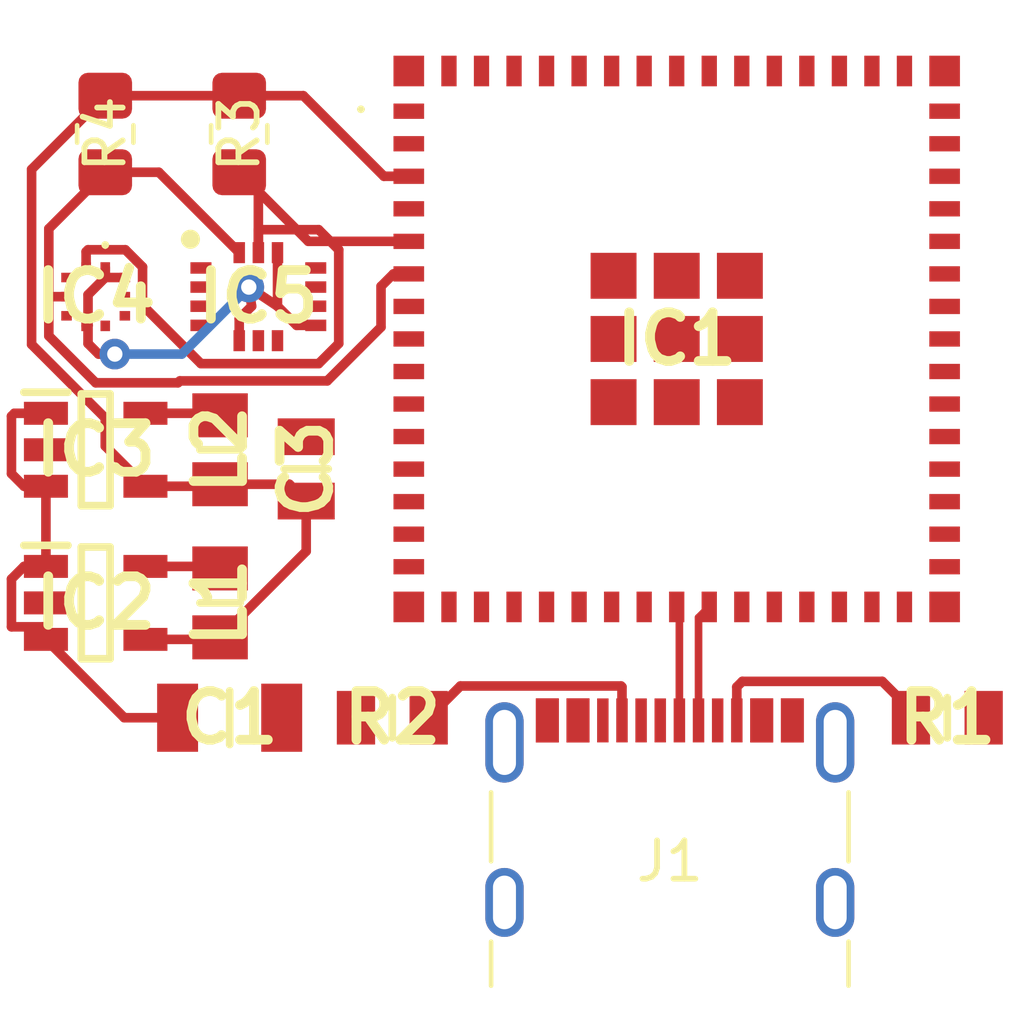
<source format=kicad_pcb>
(kicad_pcb (version 20221018) (generator pcbnew)
  (layers (0 "F.Cu" signal) (31 "B.Cu" signal) (34 "B.Paste" user) (35 "F.Paste" user) (36 "B.SilkS" user "B.Silkscreen") (37 "F.SilkS" user "F.Silkscreen") (38 "B.Mask" user) (39 "F.Mask" user) (44 "Edge.Cuts" user))
  (net 0 "")
  (net 18 "/D-")
  (net 19 "/D+")
  (net 27 "GND")
  (net 39 "+5V")
  (net 40 "Net-(IC2-SW)")
  (net 41 "Net-(IC3-SW)")
  (net 42 "/scl")
  (net 43 "/sda")
  (net 51 "/3v3")
  (net 52 "Net-(J1-CC1)")
  (net 53 "Net-(J1-VBUS-PadA4)")
  (net 54 "Net-(J1-CC2)")
  (footprint "Connector_USB:USB_C_Receptacle_GCT_USB4105-xx-A_16P_TopMnt_Horizontal" (layer "F.Cu") (at 160.75 124.25)
    (fp_text reference "J1" (at 0 0 unlocked) (layer "F.SilkS"))
    (fp_text value "USB4105-GF-A-060 " hide)
    (fp_line (start -4.67 0) (end -4.67 -1.8) (stroke (width 0.12)) (layer "F.SilkS"))
    (fp_line (start -4.67 2.1) (end -4.67 3.25) (stroke (width 0.12)) (layer "F.SilkS"))
    (fp_line (start 4.67 0) (end 4.67 -1.8) (stroke (width 0.12)) (layer "F.SilkS"))
    (fp_line (start 4.67 2.1) (end 4.67 3.25) (stroke (width 0.12)) (layer "F.SilkS"))
    (pad "" np_thru_hole circle (at -2.89 -2.605) (size 0.65 0.65) (drill 0.65) (layers "F&B.Cu" "*.Mask"))
    (pad "" np_thru_hole circle (at 2.89 -2.605) (size 0.65 0.65) (drill 0.65) (layers "F&B.Cu" "*.Mask"))
    (pad "A1" smd rect (at -3.2 -3.68) (size 0.6 1.15) (layers "F.Cu" "F.Paste" "F.Mask") (net 27 "GND"))
    (pad "A4" smd rect (at -2.4 -3.68) (size 0.6 1.15) (layers "F.Cu" "F.Paste" "F.Mask") (net 53 "Net-(J1-VBUS-PadA4)"))
    (pad "A5" smd rect (at -1.25 -3.68) (size 0.3 1.15) (layers "F.Cu" "F.Paste" "F.Mask") (net 52 "Net-(J1-CC1)"))
    (pad "A6" smd rect (at -0.25 -3.68) (size 0.3 1.15) (layers "F.Cu" "F.Paste" "F.Mask") (net 19 "/D+"))
    (pad "A7" smd rect (at 0.25 -3.68) (size 0.3 1.15) (layers "F.Cu" "F.Paste" "F.Mask") (net 18 "/D-"))
    (pad "A8" smd rect (at 1.25 -3.68) (size 0.3 1.15) (layers "F.Cu" "F.Paste" "F.Mask"))
    (pad "A9" smd rect (at 2.4 -3.68) (size 0.6 1.15) (layers "F.Cu" "F.Paste" "F.Mask") (net 53 "Net-(J1-VBUS-PadA4)"))
    (pad "A12" smd rect (at 3.2 -3.68) (size 0.6 1.15) (layers "F.Cu" "F.Paste" "F.Mask") (net 27 "GND"))
    (pad "B1" smd rect (at 3.2 -3.68) (size 0.6 1.15) (layers "F.Cu" "F.Paste" "F.Mask") (net 27 "GND"))
    (pad "B4" smd rect (at 2.4 -3.68) (size 0.6 1.15) (layers "F.Cu" "F.Paste" "F.Mask") (net 53 "Net-(J1-VBUS-PadA4)"))
    (pad "B5" smd rect (at 1.75 -3.68) (size 0.3 1.15) (layers "F.Cu" "F.Paste" "F.Mask") (net 54 "Net-(J1-CC2)"))
    (pad "B6" smd rect (at 0.75 -3.68) (size 0.3 1.15) (layers "F.Cu" "F.Paste" "F.Mask") (net 19 "/D+"))
    (pad "B7" smd rect (at -0.75 -3.68) (size 0.3 1.15) (layers "F.Cu" "F.Paste" "F.Mask") (net 18 "/D-"))
    (pad "B8" smd rect (at -1.75 -3.68) (size 0.3 1.15) (layers "F.Cu" "F.Paste" "F.Mask"))
    (pad "B9" smd rect (at -2.4 -3.68) (size 0.6 1.15) (layers "F.Cu" "F.Paste" "F.Mask") (net 53 "Net-(J1-VBUS-PadA4)"))
    (pad "B12" smd rect (at -3.2 -3.68) (size 0.6 1.15) (layers "F.Cu" "F.Paste" "F.Mask") (net 27 "GND"))
    (pad "S1" thru_hole oval (at -4.32 -3.105) (size 1 2.1) (drill oval 0.6 1.7) (layers "*.Cu" "*.Mask") (net 27 "GND"))
    (pad "S1" thru_hole oval (at -4.32 1.075) (size 1 1.8) (drill oval 0.6 1.4) (layers "*.Cu" "*.Mask") (net 27 "GND"))
    (pad "S1" thru_hole oval (at 4.32 -3.105) (size 1 2.1) (drill oval 0.6 1.7) (layers "*.Cu" "*.Mask") (net 27 "GND"))
    (pad "S1" thru_hole oval (at 4.32 1.075) (size 1 1.8) (drill oval 0.6 1.4) (layers "*.Cu" "*.Mask") (net 27 "GND"))
  )
  (footprint "Resistor_SMD:R_0805_2012Metric_Pad1.20x1.40mm_HandSolder" (layer "F.Cu") (at 149.5 105.25 90)
    (fp_text reference "R3" (at 0 0 90) (layer "F.SilkS"))
    (fp_text value "ERJ-P06J472V" hide)
    (fp_line (start -0.227064 -0.735) (end 0.227064 -0.735) (stroke (width 0.12)) (layer "F.SilkS"))
    (fp_line (start -0.227064 0.735) (end 0.227064 0.735) (stroke (width 0.12)) (layer "F.SilkS"))
    (pad "1" smd roundrect (at -1 0 90) (size 1.2 1.4) (layers "F.Cu" "F.Paste" "F.Mask") (roundrect_rratio 0.208333) (net 42 "/scl"))
    (pad "2" smd roundrect (at 1 0 90) (size 1.2 1.4) (layers "F.Cu" "F.Paste" "F.Mask") (roundrect_rratio 0.208333) (net 51 "/3v3"))
  )
  (footprint "mouser:QFN50P300X250X87-14N" (layer "F.Cu") (at 150 109.5)
    (fp_text reference "IC5" (at 0 0) (layer "F.SilkS") (effects (font (size 1.27 1.27) (thickness 0.254))))
    (fp_text value "BMI270" hide)
    (fp_circle (center -1.775 -1.5) (end -1.775 -1.375) (stroke (width 0.25)) (fill none) (layer "F.SilkS"))
    (pad "1" smd rect (at -1.5 -0.75 90) (size 0.3 0.55) (layers "F.Cu" "F.Paste" "F.Mask") (net 27 "GND"))
    (pad "2" smd rect (at -1.5 -0.25 90) (size 0.3 0.55) (layers "F.Cu" "F.Paste" "F.Mask"))
    (pad "3" smd rect (at -1.5 0.25 90) (size 0.3 0.55) (layers "F.Cu" "F.Paste" "F.Mask"))
    (pad "4" smd rect (at -1.5 0.75 90) (size 0.3 0.55) (layers "F.Cu" "F.Paste" "F.Mask"))
    (pad "5" smd rect (at -0.5 1.15) (size 0.3 0.55) (layers "F.Cu" "F.Paste" "F.Mask") (net 51 "/3v3"))
    (pad "6" smd rect (at 0 1.15) (size 0.3 0.55) (layers "F.Cu" "F.Paste" "F.Mask") (net 27 "GND"))
    (pad "7" smd rect (at 0.5 1.15) (size 0.3 0.55) (layers "F.Cu" "F.Paste" "F.Mask") (net 27 "GND"))
    (pad "8" smd rect (at 1.5 0.75 90) (size 0.3 0.55) (layers "F.Cu" "F.Paste" "F.Mask") (net 51 "/3v3"))
    (pad "9" smd rect (at 1.5 0.25 90) (size 0.3 0.55) (layers "F.Cu" "F.Paste" "F.Mask"))
    (pad "10" smd rect (at 1.5 -0.25 90) (size 0.3 0.55) (layers "F.Cu" "F.Paste" "F.Mask"))
    (pad "11" smd rect (at 1.5 -0.75 90) (size 0.3 0.55) (layers "F.Cu" "F.Paste" "F.Mask"))
    (pad "12" smd rect (at 0.5 -1.15) (size 0.3 0.55) (layers "F.Cu" "F.Paste" "F.Mask") (net 51 "/3v3"))
    (pad "13" smd rect (at 0 -1.15) (size 0.3 0.55) (layers "F.Cu" "F.Paste" "F.Mask") (net 42 "/scl"))
    (pad "14" smd rect (at -0.5 -1.15) (size 0.3 0.55) (layers "F.Cu" "F.Paste" "F.Mask") (net 43 "/sda"))
  )
  (footprint "SamacSys_Parts:RESC2012X60N" (layer "F.Cu") (at 153.5 120.5)
    (fp_text reference "R2" (at 0 0) (layer "F.SilkS") (effects (font (size 1.27 1.27) (thickness 0.254))))
    (fp_text value "CR0805-FX-5101ELF" hide)
    (fp_line (start 0 -0.525) (end 0 0.525) (stroke (width 0.2)) (layer "F.SilkS"))
    (pad "1" smd rect (at -0.95 0) (size 1 1.4) (layers "F.Cu" "F.Paste" "F.Mask") (net 27 "GND"))
    (pad "2" smd rect (at 0.95 0) (size 1 1.4) (layers "F.Cu" "F.Paste" "F.Mask") (net 52 "Net-(J1-CC1)"))
  )
  (footprint "SamacSys_Parts:RESC2012X60N" (layer "F.Cu") (at 168 120.5 180)
    (fp_text reference "R1" (at 0 0) (layer "F.SilkS") (effects (font (size 1.27 1.27) (thickness 0.254))))
    (fp_text value "CR0805-FX-5101ELF" hide)
    (fp_line (start 0 -0.525) (end 0 0.525) (stroke (width 0.2)) (layer "F.SilkS"))
    (pad "1" smd rect (at -0.95 0 180) (size 1 1.4) (layers "F.Cu" "F.Paste" "F.Mask") (net 27 "GND"))
    (pad "2" smd rect (at 0.95 0 180) (size 1 1.4) (layers "F.Cu" "F.Paste" "F.Mask") (net 54 "Net-(J1-CC2)"))
  )
  (footprint "mouser:SOT95P284X119-5N" (layer "F.Cu") (at 145.75 113.5)
    (fp_text reference "IC3" (at 0 0) (layer "F.SilkS") (effects (font (size 1.27 1.27) (thickness 0.254))))
    (fp_text value "LM3671MF-3.3_NOPB" hide)
    (fp_line (start -1.875 -1.503) (end -0.725 -1.503) (stroke (width 0.2)) (layer "F.SilkS"))
    (fp_line (start -0.375 -1.46) (end 0.375 -1.46) (stroke (width 0.2)) (layer "F.SilkS"))
    (fp_line (start -0.375 1.46) (end -0.375 -1.46) (stroke (width 0.2)) (layer "F.SilkS"))
    (fp_line (start 0.375 -1.46) (end 0.375 1.46) (stroke (width 0.2)) (layer "F.SilkS"))
    (fp_line (start 0.375 1.46) (end -0.375 1.46) (stroke (width 0.2)) (layer "F.SilkS"))
    (pad "1" smd rect (at -1.3 -0.953 90) (size 0.6 1.15) (layers "F.Cu" "F.Paste" "F.Mask") (net 39 "+5V"))
    (pad "2" smd rect (at -1.3 0 90) (size 0.6 1.15) (layers "F.Cu" "F.Paste" "F.Mask") (net 27 "GND"))
    (pad "3" smd rect (at -1.3 0.953 90) (size 0.6 1.15) (layers "F.Cu" "F.Paste" "F.Mask") (net 39 "+5V"))
    (pad "4" smd rect (at 1.3 0.953 90) (size 0.6 1.15) (layers "F.Cu" "F.Paste" "F.Mask") (net 51 "/3v3"))
    (pad "5" smd rect (at 1.3 -0.953 90) (size 0.6 1.15) (layers "F.Cu" "F.Paste" "F.Mask") (net 41 "Net-(IC3-SW)"))
  )
  (footprint "mouser:SOT95P284X119-5N" (layer "F.Cu") (at 145.75 117.5)
    (fp_text reference "IC2" (at 0 0) (layer "F.SilkS") (effects (font (size 1.27 1.27) (thickness 0.254))))
    (fp_text value "LM3671MF-3.3_NOPB" hide)
    (fp_line (start -1.875 -1.503) (end -0.725 -1.503) (stroke (width 0.2)) (layer "F.SilkS"))
    (fp_line (start -0.375 -1.46) (end 0.375 -1.46) (stroke (width 0.2)) (layer "F.SilkS"))
    (fp_line (start -0.375 1.46) (end -0.375 -1.46) (stroke (width 0.2)) (layer "F.SilkS"))
    (fp_line (start 0.375 -1.46) (end 0.375 1.46) (stroke (width 0.2)) (layer "F.SilkS"))
    (fp_line (start 0.375 1.46) (end -0.375 1.46) (stroke (width 0.2)) (layer "F.SilkS"))
    (pad "1" smd rect (at -1.3 -0.953 90) (size 0.6 1.15) (layers "F.Cu" "F.Paste" "F.Mask") (net 39 "+5V"))
    (pad "2" smd rect (at -1.3 0 90) (size 0.6 1.15) (layers "F.Cu" "F.Paste" "F.Mask") (net 27 "GND"))
    (pad "3" smd rect (at -1.3 0.953 90) (size 0.6 1.15) (layers "F.Cu" "F.Paste" "F.Mask") (net 39 "+5V"))
    (pad "4" smd rect (at 1.3 0.953 90) (size 0.6 1.15) (layers "F.Cu" "F.Paste" "F.Mask") (net 51 "/3v3"))
    (pad "5" smd rect (at 1.3 -0.953 90) (size 0.6 1.15) (layers "F.Cu" "F.Paste" "F.Mask") (net 40 "Net-(IC2-SW)"))
  )
  (footprint "mouser:INDC2012X145N" (layer "F.Cu") (at 149 113.5 -90)
    (fp_text reference "L2" (at 0 0 90) (layer "F.SilkS") (effects (font (size 1.27 1.27) (thickness 0.254))))
    (fp_text value "CBC2012T2R2M" hide)
    (fp_line (start 0 -0.525) (end 0 0.525) (stroke (width 0.2)) (layer "F.SilkS"))
    (pad "1" smd rect (at -0.9 0 270) (size 1.15 1.45) (layers "F.Cu" "F.Paste" "F.Mask") (net 41 "Net-(IC3-SW)"))
    (pad "2" smd rect (at 0.9 0 270) (size 1.15 1.45) (layers "F.Cu" "F.Paste" "F.Mask") (net 51 "/3v3"))
  )
  (footprint "mouser:CAPC3216X180N" (layer "F.Cu") (at 149.25 120.5)
    (fp_text reference "C1" (at 0 0) (layer "F.SilkS") (effects (font (size 1.27 1.27) (thickness 0.254))))
    (fp_text value "EMK316B7475KL-T" hide)
    (fp_line (start 0 -0.7) (end 0 0.7) (stroke (width 0.2)) (layer "F.SilkS"))
    (pad "1" smd rect (at -1.36 0) (size 1.07 1.78) (layers "F.Cu" "F.Paste" "F.Mask") (net 39 "+5V"))
    (pad "2" smd rect (at 1.36 0) (size 1.07 1.78) (layers "F.Cu" "F.Paste" "F.Mask") (net 27 "GND"))
  )
  (footprint "mouser:ESP32S2MINI2UN4" (layer "F.Cu") (at 160.93 110.605)
    (fp_text reference "IC1" (at 0 0) (layer "F.SilkS") (effects (font (size 1.27 1.27) (thickness 0.254))))
    (fp_text value "ESP32-S2-MINI-2U-N4" hide)
    (fp_line (start -8.3 -6) (end -8.3 -6) (stroke (width 0.1)) (layer "F.SilkS"))
    (fp_line (start -8.2 -6) (end -8.2 -6) (stroke (width 0.1)) (layer "F.SilkS"))
    (fp_arc (start -8.3 -6) (mid -8.25 -6.05) (end -8.2 -6) (stroke (width 0.1)) (layer "F.SilkS"))
    (fp_arc (start -8.2 -6) (mid -8.25 -5.95) (end -8.3 -6) (stroke (width 0.1)) (layer "F.SilkS"))
    (pad "1" smd rect (at -7 -5.95 90) (size 0.4 0.8) (layers "F.Cu" "F.Paste" "F.Mask") (net 27 "GND"))
    (pad "2" smd rect (at -7 -5.1 90) (size 0.4 0.8) (layers "F.Cu" "F.Paste" "F.Mask") (net 27 "GND"))
    (pad "3" smd rect (at -7 -4.25 90) (size 0.4 0.8) (layers "F.Cu" "F.Paste" "F.Mask") (net 51 "/3v3"))
    (pad "4" smd rect (at -7 -3.4 90) (size 0.4 0.8) (layers "F.Cu" "F.Paste" "F.Mask"))
    (pad "5" smd rect (at -7 -2.55 90) (size 0.4 0.8) (layers "F.Cu" "F.Paste" "F.Mask") (net 42 "/scl"))
    (pad "6" smd rect (at -7 -1.7 90) (size 0.4 0.8) (layers "F.Cu" "F.Paste" "F.Mask") (net 43 "/sda"))
    (pad "7" smd rect (at -7 -0.85 90) (size 0.4 0.8) (layers "F.Cu" "F.Paste" "F.Mask"))
    (pad "8" smd rect (at -7 0 90) (size 0.4 0.8) (layers "F.Cu" "F.Paste" "F.Mask"))
    (pad "9" smd rect (at -7 0.85 90) (size 0.4 0.8) (layers "F.Cu" "F.Paste" "F.Mask"))
    (pad "10" smd rect (at -7 1.7 90) (size 0.4 0.8) (layers "F.Cu" "F.Paste" "F.Mask"))
    (pad "11" smd rect (at -7 2.55 90) (size 0.4 0.8) (layers "F.Cu" "F.Paste" "F.Mask"))
    (pad "12" smd rect (at -7 3.4 90) (size 0.4 0.8) (layers "F.Cu" "F.Paste" "F.Mask"))
    (pad "13" smd rect (at -7 4.25 90) (size 0.4 0.8) (layers "F.Cu" "F.Paste" "F.Mask"))
    (pad "14" smd rect (at -7 5.1 90) (size 0.4 0.8) (layers "F.Cu" "F.Paste" "F.Mask"))
    (pad "15" smd rect (at -7 5.95 90) (size 0.4 0.8) (layers "F.Cu" "F.Paste" "F.Mask"))
    (pad "16" smd rect (at -5.95 7) (size 0.4 0.8) (layers "F.Cu" "F.Paste" "F.Mask"))
    (pad "17" smd rect (at -5.1 7) (size 0.4 0.8) (layers "F.Cu" "F.Paste" "F.Mask"))
    (pad "18" smd rect (at -4.25 7) (size 0.4 0.8) (layers "F.Cu" "F.Paste" "F.Mask"))
    (pad "19" smd rect (at -3.4 7) (size 0.4 0.8) (layers "F.Cu" "F.Paste" "F.Mask"))
    (pad "20" smd rect (at -2.55 7) (size 0.4 0.8) (layers "F.Cu" "F.Paste" "F.Mask"))
    (pad "21" smd rect (at -1.7 7) (size 0.4 0.8) (layers "F.Cu" "F.Paste" "F.Mask"))
    (pad "22" smd rect (at -0.85 7) (size 0.4 0.8) (layers "F.Cu" "F.Paste" "F.Mask"))
    (pad "23" smd rect (at 0 7) (size 0.4 0.8) (layers "F.Cu" "F.Paste" "F.Mask") (net 18 "/D-"))
    (pad "24" smd rect (at 0.85 7) (size 0.4 0.8) (layers "F.Cu" "F.Paste" "F.Mask") (net 19 "/D+"))
    (pad "25" smd rect (at 1.7 7) (size 0.4 0.8) (layers "F.Cu" "F.Paste" "F.Mask"))
    (pad "26" smd rect (at 2.55 7) (size 0.4 0.8) (layers "F.Cu" "F.Paste" "F.Mask"))
    (pad "27" smd rect (at 3.4 7) (size 0.4 0.8) (layers "F.Cu" "F.Paste" "F.Mask"))
    (pad "28" smd rect (at 4.25 7) (size 0.4 0.8) (layers "F.Cu" "F.Paste" "F.Mask"))
    (pad "29" smd rect (at 5.1 7) (size 0.4 0.8) (layers "F.Cu" "F.Paste" "F.Mask"))
    (pad "30" smd rect (at 5.95 7) (size 0.4 0.8) (layers "F.Cu" "F.Paste" "F.Mask") (net 27 "GND"))
    (pad "31" smd rect (at 7 5.95 90) (size 0.4 0.8) (layers "F.Cu" "F.Paste" "F.Mask"))
    (pad "32" smd rect (at 7 5.1 90) (size 0.4 0.8) (layers "F.Cu" "F.Paste" "F.Mask"))
    (pad "33" smd rect (at 7 4.25 90) (size 0.4 0.8) (layers "F.Cu" "F.Paste" "F.Mask"))
    (pad "34" smd rect (at 7 3.4 90) (size 0.4 0.8) (layers "F.Cu" "F.Paste" "F.Mask"))
    (pad "35" smd rect (at 7 2.55 90) (size 0.4 0.8) (layers "F.Cu" "F.Paste" "F.Mask"))
    (pad "36" smd rect (at 7 1.7 90) (size 0.4 0.8) (layers "F.Cu" "F.Paste" "F.Mask"))
    (pad "37" smd rect (at 7 0.85 90) (size 0.4 0.8) (layers "F.Cu" "F.Paste" "F.Mask"))
    (pad "38" smd rect (at 7 0 90) (size 0.4 0.8) (layers "F.Cu" "F.Paste" "F.Mask"))
    (pad "39" smd rect (at 7 -0.85 90) (size 0.4 0.8) (layers "F.Cu" "F.Paste" "F.Mask"))
    (pad "40" smd rect (at 7 -1.7 90) (size 0.4 0.8) (layers "F.Cu" "F.Paste" "F.Mask"))
    (pad "41" smd rect (at 7 -2.55 90) (size 0.4 0.8) (layers "F.Cu" "F.Paste" "F.Mask"))
    (pad "42" smd rect (at 7 -3.4 90) (size 0.4 0.8) (layers "F.Cu" "F.Paste" "F.Mask") (net 27 "GND"))
    (pad "43" smd rect (at 7 -4.25 90) (size 0.4 0.8) (layers "F.Cu" "F.Paste" "F.Mask") (net 27 "GND"))
    (pad "44" smd rect (at 7 -5.1 90) (size 0.4 0.8) (layers "F.Cu" "F.Paste" "F.Mask"))
    (pad "45" smd rect (at 7 -5.95 90) (size 0.4 0.8) (layers "F.Cu" "F.Paste" "F.Mask"))
    (pad "46" smd rect (at 5.95 -7) (size 0.4 0.8) (layers "F.Cu" "F.Paste" "F.Mask") (net 27 "GND"))
    (pad "47" smd rect (at 5.1 -7) (size 0.4 0.8) (layers "F.Cu" "F.Paste" "F.Mask") (net 27 "GND"))
    (pad "48" smd rect (at 4.25 -7) (size 0.4 0.8) (layers "F.Cu" "F.Paste" "F.Mask") (net 27 "GND"))
    (pad "49" smd rect (at 3.4 -7) (size 0.4 0.8) (layers "F.Cu" "F.Paste" "F.Mask") (net 27 "GND"))
    (pad "50" smd rect (at 2.55 -7) (size 0.4 0.8) (layers "F.Cu" "F.Paste" "F.Mask") (net 27 "GND"))
    (pad "51" smd rect (at 1.7 -7) (size 0.4 0.8) (layers "F.Cu" "F.Paste" "F.Mask") (net 27 "GND"))
    (pad "52" smd rect (at 0.85 -7) (size 0.4 0.8) (layers "F.Cu" "F.Paste" "F.Mask") (net 27 "GND"))
    (pad "53" smd rect (at 0 -7) (size 0.4 0.8) (layers "F.Cu" "F.Paste" "F.Mask") (net 27 "GND"))
    (pad "54" smd rect (at -0.85 -7) (size 0.4 0.8) (layers "F.Cu" "F.Paste" "F.Mask") (net 27 "GND"))
    (pad "55" smd rect (at -1.7 -7) (size 0.4 0.8) (layers "F.Cu" "F.Paste" "F.Mask") (net 27 "GND"))
    (pad "56" smd rect (at -2.55 -7) (size 0.4 0.8) (layers "F.Cu" "F.Paste" "F.Mask") (net 27 "GND"))
    (pad "57" smd rect (at -3.4 -7) (size 0.4 0.8) (layers "F.Cu" "F.Paste" "F.Mask") (net 27 "GND"))
    (pad "58" smd rect (at -4.25 -7) (size 0.4 0.8) (layers "F.Cu" "F.Paste" "F.Mask") (net 27 "GND"))
    (pad "59" smd rect (at -5.1 -7) (size 0.4 0.8) (layers "F.Cu" "F.Paste" "F.Mask") (net 27 "GND"))
    (pad "60" smd rect (at -5.95 -7) (size 0.4 0.8) (layers "F.Cu" "F.Paste" "F.Mask") (net 27 "GND"))
    (pad "61" smd rect (at 0 0 90) (size 1.2 1.2) (layers "F.Cu" "F.Paste" "F.Mask") (net 27 "GND"))
    (pad "62" smd rect (at -7 -7 90) (size 0.8 0.8) (layers "F.Cu" "F.Paste" "F.Mask") (net 27 "GND"))
    (pad "63" smd rect (at -7 7 90) (size 0.8 0.8) (layers "F.Cu" "F.Paste" "F.Mask") (net 27 "GND"))
    (pad "64" smd rect (at 7 7 90) (size 0.8 0.8) (layers "F.Cu" "F.Paste" "F.Mask") (net 27 "GND"))
    (pad "65" smd rect (at 7 -7 90) (size 0.8 0.8) (layers "F.Cu" "F.Paste" "F.Mask") (net 27 "GND"))
    (pad "66" smd rect (at -1.65 -1.65 90) (size 1.2 1.2) (layers "F.Cu" "F.Paste" "F.Mask") (net 27 "GND"))
    (pad "67" smd rect (at -1.65 0 90) (size 1.2 1.2) (layers "F.Cu" "F.Paste" "F.Mask") (net 27 "GND"))
    (pad "68" smd rect (at -1.65 1.65 90) (size 1.2 1.2) (layers "F.Cu" "F.Paste" "F.Mask") (net 27 "GND"))
    (pad "69" smd rect (at 0 1.65 90) (size 1.2 1.2) (layers "F.Cu" "F.Paste" "F.Mask") (net 27 "GND"))
    (pad "70" smd rect (at 1.65 1.65 90) (size 1.2 1.2) (layers "F.Cu" "F.Paste" "F.Mask") (net 27 "GND"))
    (pad "71" smd rect (at 1.65 0 90) (size 1.2 1.2) (layers "F.Cu" "F.Paste" "F.Mask") (net 27 "GND"))
    (pad "72" smd rect (at 1.65 -1.65 90) (size 1.2 1.2) (layers "F.Cu" "F.Paste" "F.Mask") (net 27 "GND"))
    (pad "73" smd rect (at 0 -1.65 90) (size 1.2 1.2) (layers "F.Cu" "F.Paste" "F.Mask") (net 27 "GND"))
  )
  (footprint "mouser:BMP390" (layer "F.Cu") (at 145.75 109.5)
    (fp_text reference "IC4" (at 0 0) (layer "F.SilkS") (effects (font (size 1.27 1.27) (thickness 0.254))))
    (fp_text value "BMP390" hide)
    (fp_line (start 0.25 -1.4) (end 0.25 -1.4) (stroke (width 0.1)) (layer "F.SilkS"))
    (fp_line (start 0.25 -1.3) (end 0.25 -1.3) (stroke (width 0.1)) (layer "F.SilkS"))
    (fp_arc (start 0.25 -1.4) (mid 0.3 -1.35) (end 0.25 -1.3) (stroke (width 0.1)) (layer "F.SilkS"))
    (fp_arc (start 0.25 -1.3) (mid 0.2 -1.35) (end 0.25 -1.4) (stroke (width 0.1)) (layer "F.SilkS"))
    (pad "1" smd rect (at 0.25 -0.763) (size 0.25 0.275) (layers "F.Cu" "F.Paste" "F.Mask") (net 51 "/3v3"))
    (pad "2" smd rect (at -0.25 -0.763) (size 0.25 0.275) (layers "F.Cu" "F.Paste" "F.Mask") (net 42 "/scl"))
    (pad "3" smd rect (at -0.762 -0.5 90) (size 0.25 0.275) (layers "F.Cu" "F.Paste" "F.Mask") (net 27 "GND"))
    (pad "4" smd rect (at -0.762 0 90) (size 0.25 0.275) (layers "F.Cu" "F.Paste" "F.Mask") (net 43 "/sda"))
    (pad "5" smd rect (at -0.762 0.5 90) (size 0.25 0.275) (layers "F.Cu" "F.Paste" "F.Mask") (net 27 "GND"))
    (pad "6" smd rect (at -0.25 0.763) (size 0.25 0.275) (layers "F.Cu" "F.Paste" "F.Mask") (net 51 "/3v3"))
    (pad "7" smd rect (at 0.25 0.763) (size 0.25 0.275) (layers "F.Cu" "F.Paste" "F.Mask"))
    (pad "8" smd rect (at 0.762 0.5 90) (size 0.25 0.275) (layers "F.Cu" "F.Paste" "F.Mask") (net 27 "GND"))
    (pad "9" smd rect (at 0.762 0 90) (size 0.25 0.275) (layers "F.Cu" "F.Paste" "F.Mask") (net 27 "GND"))
    (pad "10" smd rect (at 0.762 -0.5 90) (size 0.25 0.275) (layers "F.Cu" "F.Paste" "F.Mask") (net 51 "/3v3"))
  )
  (footprint "mouser:INDC2012X145N" (layer "F.Cu") (at 149 117.5 -90)
    (fp_text reference "L1" (at 0 0 90) (layer "F.SilkS") (effects (font (size 1.27 1.27) (thickness 0.254))))
    (fp_text value "CBC2012T2R2M" hide)
    (fp_line (start 0 -0.525) (end 0 0.525) (stroke (width 0.2)) (layer "F.SilkS"))
    (pad "1" smd rect (at -0.9 0 270) (size 1.15 1.45) (layers "F.Cu" "F.Paste" "F.Mask") (net 40 "Net-(IC2-SW)"))
    (pad "2" smd rect (at 0.9 0 270) (size 1.15 1.45) (layers "F.Cu" "F.Paste" "F.Mask") (net 51 "/3v3"))
  )
  (footprint "mouser:CAPC2114X145N" (layer "F.Cu") (at 151.25 114 90)
    (fp_text reference "C3" (at 0 0 90) (layer "F.SilkS") (effects (font (size 1.27 1.27) (thickness 0.254))))
    (fp_text value "TMK212BBJ106KG-T" hide)
    (fp_line (start 0 -0.575) (end 0 0.575) (stroke (width 0.2)) (layer "F.SilkS"))
    (pad "1" smd rect (at -0.84 0 90) (size 0.96 1.49) (layers "F.Cu" "F.Paste" "F.Mask") (net 51 "/3v3"))
    (pad "2" smd rect (at 0.84 0 90) (size 0.96 1.49) (layers "F.Cu" "F.Paste" "F.Mask") (net 27 "GND"))
  )
  (footprint "Resistor_SMD:R_0805_2012Metric_Pad1.20x1.40mm_HandSolder" (layer "F.Cu") (at 146 105.25 90)
    (fp_text reference "R4" (at 0 0 90) (layer "F.SilkS"))
    (fp_text value "ERJ-P06J472V" hide)
    (fp_line (start -0.227064 -0.735) (end 0.227064 -0.735) (stroke (width 0.12)) (layer "F.SilkS"))
    (fp_line (start -0.227064 0.735) (end 0.227064 0.735) (stroke (width 0.12)) (layer "F.SilkS"))
    (pad "1" smd roundrect (at -1 0 90) (size 1.2 1.4) (layers "F.Cu" "F.Paste" "F.Mask") (roundrect_rratio 0.208333) (net 43 "/sda"))
    (pad "2" smd roundrect (at 1 0 90) (size 1.2 1.4) (layers "F.Cu" "F.Paste" "F.Mask") (roundrect_rratio 0.208333) (net 51 "/3v3"))
  )
  (segment (start 161 117.675) (end 160.93 117.605) (width 0.2) (layer "F.Cu") (net 18))
  (segment (start 161 120.57) (end 161 117.675) (width 0.2) (layer "F.Cu") (net 18))
  (segment (start 161.5 117.885) (end 161.78 117.605) (width 0.2) (layer "F.Cu") (net 19))
  (segment (start 161.5 120.57) (end 161.5 117.885) (width 0.2) (layer "F.Cu") (net 19))
  (segment (start 144.45 116.547) (end 144.45 114.453) (width 0.25) (layer "F.Cu") (net 39))
  (segment (start 144.45 118.453) (end 144.45 118.2) (width 0.25) (layer "F.Cu") (net 39))
  (segment (start 143.55 116.875) (end 143.878 116.547) (width 0.25) (layer "F.Cu") (net 39))
  (segment (start 147.89 120.5) (end 146.497 120.5) (width 0.25) (layer "F.Cu") (net 39))
  (segment (start 144.45 118.2) (end 144.375 118.125) (width 0.25) (layer "F.Cu") (net 39))
  (segment (start 143.55 118.125) (end 143.55 116.875) (width 0.25) (layer "F.Cu") (net 39))
  (segment (start 146.497 120.5) (end 144.45 118.453) (width 0.25) (layer "F.Cu") (net 39))
  (segment (start 143.55 114.125) (end 143.55 112.622) (width 0.25) (layer "F.Cu") (net 39))
  (segment (start 144.375 118.125) (end 143.55 118.125) (width 0.25) (layer "F.Cu") (net 39))
  (segment (start 144.45 114.453) (end 143.878 114.453) (width 0.25) (layer "F.Cu") (net 39))
  (segment (start 143.55 112.622) (end 143.625 112.547) (width 0.25) (layer "F.Cu") (net 39))
  (segment (start 143.878 114.453) (end 143.55 114.125) (width 0.25) (layer "F.Cu") (net 39))
  (segment (start 143.878 116.547) (end 144.45 116.547) (width 0.25) (layer "F.Cu") (net 39))
  (segment (start 143.625 112.547) (end 144.45 112.547) (width 0.25) (layer "F.Cu") (net 39))
  (segment (start 147.05 116.547) (end 148.947 116.547) (width 0.25) (layer "F.Cu") (net 40))
  (segment (start 148.947 116.547) (end 149 116.6) (width 0.25) (layer "F.Cu") (net 40))
  (segment (start 147.05 112.547) (end 148.947 112.547) (width 0.25) (layer "F.Cu") (net 41))
  (segment (start 148.947 112.547) (end 149 112.6) (width 0.25) (layer "F.Cu") (net 41))
  (segment (start 146.5245 108.2745) (end 145.55 108.2745) (width 0.25) (layer "F.Cu") (net 42))
  (segment (start 145.5 108.3245) (end 145.5 108.737) (width 0.25) (layer "F.Cu") (net 42))
  (segment (start 146.9745 109.7245) (end 146.9745 108.7245) (width 0.25) (layer "F.Cu") (net 42))
  (segment (start 150 107.775) (end 150.025 107.75) (width 0.25) (layer "F.Cu") (net 42))
  (segment (start 150.025 107.75) (end 151.575 107.75) (width 0.25) (layer "F.Cu") (net 42))
  (segment (start 152.1 110.725) (end 151.575 111.25) (width 0.25) (layer "F.Cu") (net 42))
  (segment (start 145.55 108.2745) (end 145.5 108.3245) (width 0.25) (layer "F.Cu") (net 42))
  (segment (start 149.5 106.25) (end 151.305 108.055) (width 0.25) (layer "F.Cu") (net 42))
  (segment (start 150 108.35) (end 150 107.775) (width 0.25) (layer "F.Cu") (net 42))
  (segment (start 148.5 111.25) (end 146.9745 109.7245) (width 0.25) (layer "F.Cu") (net 42))
  (segment (start 150 107.775) (end 150 106.75) (width 0.25) (layer "F.Cu") (net 42))
  (segment (start 150 106.75) (end 149.5 106.25) (width 0.25) (layer "F.Cu") (net 42))
  (segment (start 146.9745 108.7245) (end 146.5245 108.2745) (width 0.25) (layer "F.Cu") (net 42))
  (segment (start 150 108.35) (end 150 107.75) (width 0.25) (layer "F.Cu") (net 42))
  (segment (start 151.305 108.055) (end 153.93 108.055) (width 0.25) (layer "F.Cu") (net 42))
  (segment (start 151.575 111.25) (end 148.5 111.25) (width 0.25) (layer "F.Cu") (net 42))
  (segment (start 151.575 107.75) (end 152.1 108.275) (width 0.25) (layer "F.Cu") (net 42))
  (segment (start 152.1 108.275) (end 152.1 110.725) (width 0.25) (layer "F.Cu") (net 42))
  (segment (start 144.5255 109.45) (end 144.5255 107.7245) (width 0.25) (layer "F.Cu") (net 43))
  (segment (start 147.95 111.7) (end 151.8 111.7) (width 0.25) (layer "F.Cu") (net 43))
  (segment (start 151.8 111.7) (end 153.205 110.295) (width 0.25) (layer "F.Cu") (net 43))
  (segment (start 147.9 111.75) (end 147.95 111.7) (width 0.25) (layer "F.Cu") (net 43))
  (segment (start 144.5755 109.5) (end 144.5255 109.45) (width 0.25) (layer "F.Cu") (net 43))
  (segment (start 144.5255 109.55) (end 144.5255 110.5255) (width 0.25) (layer "F.Cu") (net 43))
  (segment (start 153.53 108.905) (end 153.93 108.905) (width 0.25) (layer "F.Cu") (net 43))
  (segment (start 149.5 108.35) (end 147.4 106.25) (width 0.25) (layer "F.Cu") (net 43))
  (segment (start 145.75 111.75) (end 147.9 111.75) (width 0.25) (layer "F.Cu") (net 43))
  (segment (start 144.988 109.5) (end 144.5755 109.5) (width 0.25) (layer "F.Cu") (net 43))
  (segment (start 144.5755 109.5) (end 144.5255 109.55) (width 0.25) (layer "F.Cu") (net 43))
  (segment (start 153.205 110.295) (end 153.205 109.23) (width 0.25) (layer "F.Cu") (net 43))
  (segment (start 144.5255 107.7245) (end 146 106.25) (width 0.25) (layer "F.Cu") (net 43))
  (segment (start 144.5255 110.5255) (end 145.75 111.75) (width 0.25) (layer "F.Cu") (net 43))
  (segment (start 153.205 109.23) (end 153.53 108.905) (width 0.25) (layer "F.Cu") (net 43))
  (segment (start 147.4 106.25) (end 146 106.25) (width 0.25) (layer "F.Cu") (net 43))
  (segment (start 145.8245 111) (end 145.55 110.7255) (width 0.25) (layer "F.Cu") (net 51))
  (segment (start 146 104.25) (end 144.0755 106.1745) (width 0.25) (layer "F.Cu") (net 51))
  (segment (start 151 110.25) (end 150.5 109.75) (width 0.25) (layer "F.Cu") (net 51))
  (segment (start 147.05 114.453) (end 148.947 114.453) (width 0.25) (layer "F.Cu") (net 51))
  (segment (start 149 118.4) (end 151.25 116.15) (width 0.25) (layer "F.Cu") (net 51))
  (segment (start 145.5 110.263) (end 145.537 110.263) (width 0.25) (layer "F.Cu") (net 51))
  (segment (start 147.05 118.453) (end 148.947 118.453) (width 0.25) (layer "F.Cu") (net 51))
  (segment (start 146 113.403) (end 147.05 114.453) (width 0.25) (layer "F.Cu") (net 51))
  (segment (start 144.0755 110.7475) (end 146 112.672) (width 0.25) (layer "F.Cu") (net 51))
  (segment (start 148.947 118.453) (end 149 118.4) (width 0.25) (layer "F.Cu") (net 51))
  (segment (start 150.81 114.4) (end 151.25 114.84) (width 0.25) (layer "F.Cu") (net 51))
  (segment (start 146 109) (end 146 108.737) (width 0.25) (layer "F.Cu") (net 51))
  (segment (start 144.0755 106.1745) (end 144.0755 110.7475) (width 0.25) (layer "F.Cu") (net 51))
  (segment (start 146 109) (end 146.512 109) (width 0.25) (layer "F.Cu") (net 51))
  (segment (start 149 114.4) (end 150.81 114.4) (width 0.25) (layer "F.Cu") (net 51))
  (segment (start 151.25 116.15) (end 151.25 114.84) (width 0.25) (layer "F.Cu") (net 51))
  (segment (start 151.25 114.84) (end 151.515 114.84) (width 0.25) (layer "F.Cu") (net 51))
  (segment (start 149.5 110.075) (end 149.5 110.65) (width 0.25) (layer "F.Cu") (net 51))
  (segment (start 145.55 110.7255) (end 145.55 110.25) (width 0.25) (layer "F.Cu") (net 51))
  (segment (start 148.947 114.453) (end 149 114.4) (width 0.25) (layer "F.Cu") (net 51))
  (segment (start 146 112.672) (end 146 113.403) (width 0.25) (layer "F.Cu") (net 51))
  (segment (start 146.25 111) (end 145.8245 111) (width 0.25) (layer "F.Cu") (net 51))
  (segment (start 145.55 110.25) (end 145.55 109.45) (width 0.25) (layer "F.Cu") (net 51))
  (segment (start 149.75 109.25) (end 149.825 109.75) (width 0.25) (layer "F.Cu") (net 51))
  (segment (start 149.825 109.75) (end 149.5 110.075) (width 0.25) (layer "F.Cu") (net 51))
  (segment (start 151.5 110.25) (end 151 110.25) (width 0.25) (layer "F.Cu") (net 51))
  (segment (start 150.5 109.75) (end 150.5 108.35) (width 0.25) (layer "F.Cu") (net 51))
  (segment (start 151.175 104.25) (end 149.5 104.25) (width 0.25) (layer "F.Cu") (net 51))
  (segment (start 153.93 106.355) (end 153.28 106.355) (width 0.25) (layer "F.Cu") (net 51))
  (segment (start 149.5 104.25) (end 146 104.25) (width 0.25) (layer "F.Cu") (net 51))
  (segment (start 153.28 106.355) (end 151.175 104.25) (width 0.25) (layer "F.Cu") (net 51))
  (segment (start 150.5 109.75) (end 149.75 109.25) (width 0.25) (layer "F.Cu") (net 51))
  (segment (start 145.55 109.45) (end 146 109) (width 0.25) (layer "F.Cu") (net 51))
  (segment (start 145.537 110.263) (end 145.55 110.25) (width 0.25) (layer "F.Cu") (net 51))
  (via (at 149.75 109.25) (size 0.8) (drill 0.4) (layers "F.Cu" "B.Cu") (net 51))
  (via (at 146.25 111) (size 0.8) (drill 0.4) (layers "F.Cu" "B.Cu") (net 51))
  (segment (start 149.75 109.25) (end 148 111) (width 0.25) (layer "B.Cu") (net 51))
  (segment (start 148 111) (end 146.25 111) (width 0.25) (layer "B.Cu") (net 51))
  (segment (start 159.5 119.695) (end 159.5 120.57) (width 0.25) (layer "F.Cu") (net 52))
  (segment (start 159.475 119.67) (end 159.5 119.695) (width 0.25) (layer "F.Cu") (net 52))
  (segment (start 155.28 119.67) (end 159.475 119.67) (width 0.25) (layer "F.Cu") (net 52))
  (segment (start 154.45 120.5) (end 155.28 119.67) (width 0.25) (layer "F.Cu") (net 52))
  (segment (start 167.05 120.3) (end 166.3 119.55) (width 0.25) (layer "F.Cu") (net 54))
  (segment (start 167.05 120.5) (end 167.05 120.3) (width 0.25) (layer "F.Cu") (net 54))
  (segment (start 166.3 119.55) (end 162.645 119.55) (width 0.25) (layer "F.Cu") (net 54))
  (segment (start 162.5 119.695) (end 162.5 120.57) (width 0.25) (layer "F.Cu") (net 54))
  (segment (start 162.645 119.55) (end 162.5 119.695) (width 0.25) (layer "F.Cu") (net 54))
)
</source>
